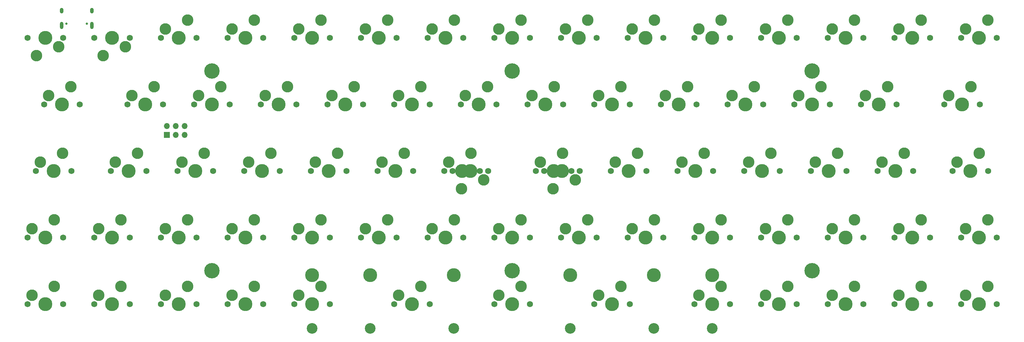
<source format=gbr>
%TF.GenerationSoftware,KiCad,Pcbnew,(6.0.8-1)-1*%
%TF.CreationDate,2024-01-26T06:35:08+01:00*%
%TF.ProjectId,keyboard-template-60,6b657962-6f61-4726-942d-74656d706c61,rev?*%
%TF.SameCoordinates,Original*%
%TF.FileFunction,Soldermask,Top*%
%TF.FilePolarity,Negative*%
%FSLAX46Y46*%
G04 Gerber Fmt 4.6, Leading zero omitted, Abs format (unit mm)*
G04 Created by KiCad (PCBNEW (6.0.8-1)-1) date 2024-01-26 06:35:08*
%MOMM*%
%LPD*%
G01*
G04 APERTURE LIST*
%ADD10C,3.048000*%
%ADD11C,3.987800*%
%ADD12C,2.600000*%
%ADD13C,4.400000*%
%ADD14R,1.700000X1.700000*%
%ADD15O,1.700000X1.700000*%
%ADD16C,1.750000*%
%ADD17C,3.300000*%
%ADD18C,0.650000*%
%ADD19O,1.000000X1.600000*%
%ADD20O,1.000000X2.100000*%
G04 APERTURE END LIST*
D10*
%TO.C,S2*%
X246856250Y-172085000D03*
X223043750Y-172085000D03*
D11*
X246856250Y-156845000D03*
X223043750Y-156845000D03*
%TD*%
D12*
%TO.C,H6*%
X292100000Y-155575000D03*
D13*
X292100000Y-155575000D03*
%TD*%
D12*
%TO.C,H1*%
X120650000Y-98425000D03*
D13*
X120650000Y-98425000D03*
%TD*%
D12*
%TO.C,H4*%
X120650000Y-155575000D03*
D13*
X120650000Y-155575000D03*
%TD*%
D10*
%TO.C,S3*%
X263525000Y-172085000D03*
D11*
X263525000Y-156845000D03*
X149225000Y-156845000D03*
D10*
X149225000Y-172085000D03*
%TD*%
D14*
%TO.C,J3*%
X107791250Y-116681250D03*
D15*
X107791250Y-114141250D03*
X110331250Y-116681250D03*
X110331250Y-114141250D03*
X112871250Y-116681250D03*
X112871250Y-114141250D03*
%TD*%
D11*
%TO.C,S1*%
X189706250Y-156845000D03*
D10*
X165893750Y-172085000D03*
D11*
X165893750Y-156845000D03*
D10*
X189706250Y-172085000D03*
%TD*%
D12*
%TO.C,H3*%
X292100000Y-98425000D03*
D13*
X292100000Y-98425000D03*
%TD*%
%TO.C,H5*%
X206375000Y-155575000D03*
D12*
X206375000Y-155575000D03*
%TD*%
D13*
%TO.C,H2*%
X206375000Y-98425000D03*
D12*
X206375000Y-98425000D03*
%TD*%
D16*
%TO.C,MX56*%
X268605000Y-146050000D03*
D11*
X263525000Y-146050000D03*
D16*
X258445000Y-146050000D03*
D17*
X259715000Y-143510000D03*
X266065000Y-140970000D03*
%TD*%
D11*
%TO.C,MX73*%
X301625000Y-165100000D03*
D16*
X296545000Y-165100000D03*
X306705000Y-165100000D03*
D17*
X297815000Y-162560000D03*
X304165000Y-160020000D03*
%TD*%
D16*
%TO.C,MX39*%
X225742500Y-127000000D03*
X215582500Y-127000000D03*
D11*
X220662500Y-127000000D03*
D17*
X224472500Y-129540000D03*
X218122500Y-132080000D03*
%TD*%
D16*
%TO.C,MX19*%
X134620000Y-107950000D03*
X144780000Y-107950000D03*
D11*
X139700000Y-107950000D03*
D17*
X135890000Y-105410000D03*
X142240000Y-102870000D03*
%TD*%
D16*
%TO.C,MX45*%
X342423750Y-127000000D03*
X332263750Y-127000000D03*
D11*
X337343750Y-127000000D03*
D17*
X333533750Y-124460000D03*
X339883750Y-121920000D03*
%TD*%
D16*
%TO.C,MX5*%
X144145000Y-88900000D03*
D11*
X149225000Y-88900000D03*
D16*
X154305000Y-88900000D03*
D17*
X145415000Y-86360000D03*
X151765000Y-83820000D03*
%TD*%
D16*
%TO.C,MX16*%
X72707500Y-107950000D03*
D11*
X77787500Y-107950000D03*
D16*
X82867500Y-107950000D03*
D17*
X73977500Y-105410000D03*
X80327500Y-102870000D03*
%TD*%
D16*
%TO.C,MX51*%
X163195000Y-146050000D03*
D11*
X168275000Y-146050000D03*
D16*
X173355000Y-146050000D03*
D17*
X164465000Y-143510000D03*
X170815000Y-140970000D03*
%TD*%
D16*
%TO.C,MX40*%
X234632500Y-127000000D03*
D11*
X239712500Y-127000000D03*
D16*
X244792500Y-127000000D03*
D17*
X235902500Y-124460000D03*
X242252500Y-121920000D03*
%TD*%
D16*
%TO.C,MX8*%
X211455000Y-88900000D03*
D11*
X206375000Y-88900000D03*
D16*
X201295000Y-88900000D03*
D17*
X202565000Y-86360000D03*
X208915000Y-83820000D03*
%TD*%
D16*
%TO.C,MX7*%
X182245000Y-88900000D03*
X192405000Y-88900000D03*
D11*
X187325000Y-88900000D03*
D17*
X183515000Y-86360000D03*
X189865000Y-83820000D03*
%TD*%
D16*
%TO.C,MX26*%
X248920000Y-107950000D03*
X259080000Y-107950000D03*
D11*
X254000000Y-107950000D03*
D17*
X250190000Y-105410000D03*
X256540000Y-102870000D03*
%TD*%
D16*
%TO.C,MX68*%
X201295000Y-165100000D03*
D11*
X206375000Y-165100000D03*
D16*
X211455000Y-165100000D03*
D17*
X202565000Y-162560000D03*
X208915000Y-160020000D03*
%TD*%
D16*
%TO.C,MX41*%
X253682500Y-127000000D03*
X263842500Y-127000000D03*
D11*
X258762500Y-127000000D03*
D17*
X254952500Y-124460000D03*
X261302500Y-121920000D03*
%TD*%
D16*
%TO.C,MX48*%
X106045000Y-146050000D03*
D11*
X111125000Y-146050000D03*
D16*
X116205000Y-146050000D03*
D17*
X107315000Y-143510000D03*
X113665000Y-140970000D03*
%TD*%
D11*
%TO.C,MX65*%
X149225000Y-165100000D03*
D16*
X154305000Y-165100000D03*
X144145000Y-165100000D03*
D17*
X145415000Y-162560000D03*
X151765000Y-160020000D03*
%TD*%
D16*
%TO.C,MX22*%
X191770000Y-107950000D03*
D11*
X196850000Y-107950000D03*
D16*
X201930000Y-107950000D03*
D17*
X193040000Y-105410000D03*
X199390000Y-102870000D03*
%TD*%
D16*
%TO.C,MX69*%
X240030000Y-165100000D03*
X229870000Y-165100000D03*
D11*
X234950000Y-165100000D03*
D17*
X231140000Y-162560000D03*
X237490000Y-160020000D03*
%TD*%
D16*
%TO.C,MX35*%
X159067500Y-127000000D03*
X148907500Y-127000000D03*
D11*
X153987500Y-127000000D03*
D17*
X150177500Y-124460000D03*
X156527500Y-121920000D03*
%TD*%
D11*
%TO.C,MX32*%
X96837500Y-127000000D03*
D16*
X101917500Y-127000000D03*
X91757500Y-127000000D03*
D17*
X93027500Y-124460000D03*
X99377500Y-121920000D03*
%TD*%
D11*
%TO.C,MX2*%
X92075000Y-88900000D03*
D16*
X86995000Y-88900000D03*
X97155000Y-88900000D03*
D17*
X95885000Y-91440000D03*
X89535000Y-93980000D03*
%TD*%
D16*
%TO.C,MX14*%
X315595000Y-88900000D03*
X325755000Y-88900000D03*
D11*
X320675000Y-88900000D03*
D17*
X316865000Y-86360000D03*
X323215000Y-83820000D03*
%TD*%
D11*
%TO.C,MX67*%
X177800000Y-165100000D03*
D16*
X182880000Y-165100000D03*
X172720000Y-165100000D03*
D17*
X173990000Y-162560000D03*
X180340000Y-160020000D03*
%TD*%
D11*
%TO.C,MX54*%
X225425000Y-146050000D03*
D16*
X230505000Y-146050000D03*
X220345000Y-146050000D03*
D17*
X221615000Y-143510000D03*
X227965000Y-140970000D03*
%TD*%
D16*
%TO.C,MX10*%
X239395000Y-88900000D03*
D11*
X244475000Y-88900000D03*
D16*
X249555000Y-88900000D03*
D17*
X240665000Y-86360000D03*
X247015000Y-83820000D03*
%TD*%
D11*
%TO.C,MX20*%
X158750000Y-107950000D03*
D16*
X163830000Y-107950000D03*
X153670000Y-107950000D03*
D17*
X154940000Y-105410000D03*
X161290000Y-102870000D03*
%TD*%
D16*
%TO.C,MX42*%
X272732500Y-127000000D03*
D11*
X277812500Y-127000000D03*
D16*
X282892500Y-127000000D03*
D17*
X274002500Y-124460000D03*
X280352500Y-121920000D03*
%TD*%
D11*
%TO.C,MX24*%
X215900000Y-107950000D03*
D16*
X220980000Y-107950000D03*
X210820000Y-107950000D03*
D17*
X212090000Y-105410000D03*
X218440000Y-102870000D03*
%TD*%
D16*
%TO.C,MX12*%
X287655000Y-88900000D03*
X277495000Y-88900000D03*
D11*
X282575000Y-88900000D03*
D17*
X278765000Y-86360000D03*
X285115000Y-83820000D03*
%TD*%
D18*
%TO.C,J1*%
X79110000Y-84800000D03*
X84890000Y-84800000D03*
D19*
X77680000Y-81150000D03*
D20*
X86320000Y-85330000D03*
X77680000Y-85330000D03*
D19*
X86320000Y-81150000D03*
%TD*%
D16*
%TO.C,MX46*%
X78105000Y-146050000D03*
D11*
X73025000Y-146050000D03*
D16*
X67945000Y-146050000D03*
D17*
X69215000Y-143510000D03*
X75565000Y-140970000D03*
%TD*%
D16*
%TO.C,MX15*%
X334645000Y-88900000D03*
X344805000Y-88900000D03*
D11*
X339725000Y-88900000D03*
D17*
X335915000Y-86360000D03*
X342265000Y-83820000D03*
%TD*%
D11*
%TO.C,MX50*%
X149225000Y-146050000D03*
D16*
X144145000Y-146050000D03*
X154305000Y-146050000D03*
D17*
X145415000Y-143510000D03*
X151765000Y-140970000D03*
%TD*%
D11*
%TO.C,MX1*%
X73025000Y-88900000D03*
D16*
X67945000Y-88900000D03*
X78105000Y-88900000D03*
D17*
X76835000Y-91440000D03*
X70485000Y-93980000D03*
%TD*%
D16*
%TO.C,MX71*%
X268605000Y-165100000D03*
D11*
X263525000Y-165100000D03*
D16*
X258445000Y-165100000D03*
D17*
X259715000Y-162560000D03*
X266065000Y-160020000D03*
%TD*%
D11*
%TO.C,MX29*%
X311150000Y-107950000D03*
D16*
X306070000Y-107950000D03*
X316230000Y-107950000D03*
D17*
X307340000Y-105410000D03*
X313690000Y-102870000D03*
%TD*%
D11*
%TO.C,MX57*%
X282575000Y-146050000D03*
D16*
X277495000Y-146050000D03*
X287655000Y-146050000D03*
D17*
X278765000Y-143510000D03*
X285115000Y-140970000D03*
%TD*%
D11*
%TO.C,MX18*%
X120650000Y-107950000D03*
D16*
X115570000Y-107950000D03*
X125730000Y-107950000D03*
D17*
X116840000Y-105410000D03*
X123190000Y-102870000D03*
%TD*%
D16*
%TO.C,MX31*%
X80486250Y-127000000D03*
D11*
X75406250Y-127000000D03*
D16*
X70326250Y-127000000D03*
D17*
X71596250Y-124460000D03*
X77946250Y-121920000D03*
%TD*%
D16*
%TO.C,MX44*%
X310832500Y-127000000D03*
D11*
X315912500Y-127000000D03*
D16*
X320992500Y-127000000D03*
D17*
X312102500Y-124460000D03*
X318452500Y-121920000D03*
%TD*%
D11*
%TO.C,MX21*%
X177800000Y-107950000D03*
D16*
X172720000Y-107950000D03*
X182880000Y-107950000D03*
D17*
X173990000Y-105410000D03*
X180340000Y-102870000D03*
%TD*%
D11*
%TO.C,MX59*%
X320675000Y-146050000D03*
D16*
X325755000Y-146050000D03*
X315595000Y-146050000D03*
D17*
X316865000Y-143510000D03*
X323215000Y-140970000D03*
%TD*%
D11*
%TO.C,MX43*%
X296862500Y-127000000D03*
D16*
X291782500Y-127000000D03*
X301942500Y-127000000D03*
D17*
X293052500Y-124460000D03*
X299402500Y-121920000D03*
%TD*%
D16*
%TO.C,MX75*%
X334645000Y-165100000D03*
X344805000Y-165100000D03*
D11*
X339725000Y-165100000D03*
D17*
X335915000Y-162560000D03*
X342265000Y-160020000D03*
%TD*%
D16*
%TO.C,MX36*%
X167957500Y-127000000D03*
D11*
X173037500Y-127000000D03*
D16*
X178117500Y-127000000D03*
D17*
X169227500Y-124460000D03*
X175577500Y-121920000D03*
%TD*%
D16*
%TO.C,MX11*%
X268605000Y-88900000D03*
D11*
X263525000Y-88900000D03*
D16*
X258445000Y-88900000D03*
D17*
X259715000Y-86360000D03*
X266065000Y-83820000D03*
%TD*%
D11*
%TO.C,MX61*%
X73025000Y-165100000D03*
D16*
X78105000Y-165100000D03*
X67945000Y-165100000D03*
D17*
X69215000Y-162560000D03*
X75565000Y-160020000D03*
%TD*%
D16*
%TO.C,MX27*%
X278130000Y-107950000D03*
X267970000Y-107950000D03*
D11*
X273050000Y-107950000D03*
D17*
X269240000Y-105410000D03*
X275590000Y-102870000D03*
%TD*%
D11*
%TO.C,MX47*%
X92075000Y-146050000D03*
D16*
X86995000Y-146050000D03*
X97155000Y-146050000D03*
D17*
X88265000Y-143510000D03*
X94615000Y-140970000D03*
%TD*%
D11*
%TO.C,MX3*%
X111125000Y-88900000D03*
D16*
X116205000Y-88900000D03*
X106045000Y-88900000D03*
D17*
X107315000Y-86360000D03*
X113665000Y-83820000D03*
%TD*%
D16*
%TO.C,MX33*%
X110807500Y-127000000D03*
X120967500Y-127000000D03*
D11*
X115887500Y-127000000D03*
D17*
X112077500Y-124460000D03*
X118427500Y-121920000D03*
%TD*%
D11*
%TO.C,MX49*%
X130175000Y-146050000D03*
D16*
X125095000Y-146050000D03*
X135255000Y-146050000D03*
D17*
X126365000Y-143510000D03*
X132715000Y-140970000D03*
%TD*%
D16*
%TO.C,MX39_2*%
X213201250Y-127000000D03*
X223361250Y-127000000D03*
D11*
X218281250Y-127000000D03*
D17*
X214471250Y-124460000D03*
X220821250Y-121920000D03*
%TD*%
D16*
%TO.C,MX64*%
X125095000Y-165100000D03*
D11*
X130175000Y-165100000D03*
D16*
X135255000Y-165100000D03*
D17*
X126365000Y-162560000D03*
X132715000Y-160020000D03*
%TD*%
D16*
%TO.C,MX60*%
X344805000Y-146050000D03*
D11*
X339725000Y-146050000D03*
D16*
X334645000Y-146050000D03*
D17*
X335915000Y-143510000D03*
X342265000Y-140970000D03*
%TD*%
D16*
%TO.C,MX13*%
X296545000Y-88900000D03*
X306705000Y-88900000D03*
D11*
X301625000Y-88900000D03*
D17*
X297815000Y-86360000D03*
X304165000Y-83820000D03*
%TD*%
D16*
%TO.C,MX9*%
X220345000Y-88900000D03*
X230505000Y-88900000D03*
D11*
X225425000Y-88900000D03*
D17*
X221615000Y-86360000D03*
X227965000Y-83820000D03*
%TD*%
D11*
%TO.C,MX34*%
X134937500Y-127000000D03*
D16*
X129857500Y-127000000D03*
X140017500Y-127000000D03*
D17*
X131127500Y-124460000D03*
X137477500Y-121920000D03*
%TD*%
D11*
%TO.C,MX63*%
X111125000Y-165100000D03*
D16*
X116205000Y-165100000D03*
X106045000Y-165100000D03*
D17*
X107315000Y-162560000D03*
X113665000Y-160020000D03*
%TD*%
D11*
%TO.C,MX53*%
X206375000Y-146050000D03*
D16*
X201295000Y-146050000D03*
X211455000Y-146050000D03*
D17*
X202565000Y-143510000D03*
X208915000Y-140970000D03*
%TD*%
D16*
%TO.C,MX37_2*%
X189388750Y-127000000D03*
D11*
X194468750Y-127000000D03*
D16*
X199548750Y-127000000D03*
D17*
X198278750Y-129540000D03*
X191928750Y-132080000D03*
%TD*%
D16*
%TO.C,MX74*%
X325755000Y-165100000D03*
D11*
X320675000Y-165100000D03*
D16*
X315595000Y-165100000D03*
D17*
X316865000Y-162560000D03*
X323215000Y-160020000D03*
%TD*%
D16*
%TO.C,MX4*%
X125095000Y-88900000D03*
X135255000Y-88900000D03*
D11*
X130175000Y-88900000D03*
D17*
X126365000Y-86360000D03*
X132715000Y-83820000D03*
%TD*%
D16*
%TO.C,MX52*%
X182245000Y-146050000D03*
X192405000Y-146050000D03*
D11*
X187325000Y-146050000D03*
D17*
X183515000Y-143510000D03*
X189865000Y-140970000D03*
%TD*%
D16*
%TO.C,MX55*%
X249555000Y-146050000D03*
X239395000Y-146050000D03*
D11*
X244475000Y-146050000D03*
D17*
X240665000Y-143510000D03*
X247015000Y-140970000D03*
%TD*%
D16*
%TO.C,MX25*%
X240030000Y-107950000D03*
X229870000Y-107950000D03*
D11*
X234950000Y-107950000D03*
D17*
X231140000Y-105410000D03*
X237490000Y-102870000D03*
%TD*%
D16*
%TO.C,MX72*%
X277495000Y-165100000D03*
D11*
X282575000Y-165100000D03*
D16*
X287655000Y-165100000D03*
D17*
X278765000Y-162560000D03*
X285115000Y-160020000D03*
%TD*%
D16*
%TO.C,MX30*%
X340042500Y-107950000D03*
D11*
X334962500Y-107950000D03*
D16*
X329882500Y-107950000D03*
D17*
X331152500Y-105410000D03*
X337502500Y-102870000D03*
%TD*%
D16*
%TO.C,MX58*%
X306705000Y-146050000D03*
X296545000Y-146050000D03*
D11*
X301625000Y-146050000D03*
D17*
X297815000Y-143510000D03*
X304165000Y-140970000D03*
%TD*%
D11*
%TO.C,MX17*%
X101600000Y-107950000D03*
D16*
X106680000Y-107950000D03*
X96520000Y-107950000D03*
D17*
X97790000Y-105410000D03*
X104140000Y-102870000D03*
%TD*%
D11*
%TO.C,MX28*%
X292100000Y-107950000D03*
D16*
X287020000Y-107950000D03*
X297180000Y-107950000D03*
D17*
X288290000Y-105410000D03*
X294640000Y-102870000D03*
%TD*%
D16*
%TO.C,MX37*%
X197167500Y-127000000D03*
D11*
X192087500Y-127000000D03*
D16*
X187007500Y-127000000D03*
D17*
X188277500Y-124460000D03*
X194627500Y-121920000D03*
%TD*%
D11*
%TO.C,MX62*%
X92075000Y-165100000D03*
D16*
X86995000Y-165100000D03*
X97155000Y-165100000D03*
D17*
X88265000Y-162560000D03*
X94615000Y-160020000D03*
%TD*%
D11*
%TO.C,MX6*%
X168275000Y-88900000D03*
D16*
X163195000Y-88900000D03*
X173355000Y-88900000D03*
D17*
X164465000Y-86360000D03*
X170815000Y-83820000D03*
%TD*%
M02*

</source>
